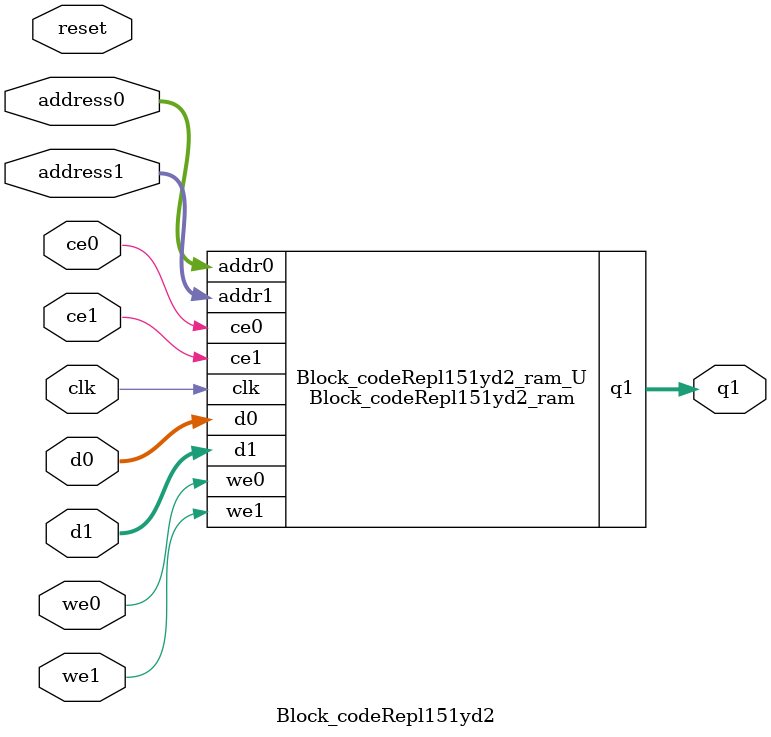
<source format=v>

`timescale 1 ns / 1 ps
module Block_codeRepl151yd2_ram (addr0, ce0, d0, we0, addr1, ce1, d1, we1, q1,  clk);

parameter DWIDTH = 3;
parameter AWIDTH = 3;
parameter MEM_SIZE = 5;

input[AWIDTH-1:0] addr0;
input ce0;
input[DWIDTH-1:0] d0;
input we0;
input[AWIDTH-1:0] addr1;
input ce1;
input[DWIDTH-1:0] d1;
input we1;
output reg[DWIDTH-1:0] q1;
input clk;

(* ram_style = "block" *)reg [DWIDTH-1:0] ram[0:MEM_SIZE-1];




always @(posedge clk)  
begin 
    if (ce0) 
    begin
        if (we0) 
        begin 
            ram[addr0] <= d0; 
        end 
    end
end


always @(posedge clk)  
begin 
    if (ce1) 
    begin
        if (we1) 
        begin 
            ram[addr1] <= d1; 
            q1 <= d1;
        end 
        else 
            q1 <= ram[addr1];
    end
end


endmodule


`timescale 1 ns / 1 ps
module Block_codeRepl151yd2(
    reset,
    clk,
    address0,
    ce0,
    we0,
    d0,
    address1,
    ce1,
    we1,
    d1,
    q1);

parameter DataWidth = 32'd3;
parameter AddressRange = 32'd5;
parameter AddressWidth = 32'd3;
input reset;
input clk;
input[AddressWidth - 1:0] address0;
input ce0;
input we0;
input[DataWidth - 1:0] d0;
input[AddressWidth - 1:0] address1;
input ce1;
input we1;
input[DataWidth - 1:0] d1;
output[DataWidth - 1:0] q1;



Block_codeRepl151yd2_ram Block_codeRepl151yd2_ram_U(
    .clk( clk ),
    .addr0( address0 ),
    .ce0( ce0 ),
    .d0( d0 ),
    .we0( we0 ),
    .addr1( address1 ),
    .ce1( ce1 ),
    .d1( d1 ),
    .we1( we1 ),
    .q1( q1 ));

endmodule


</source>
